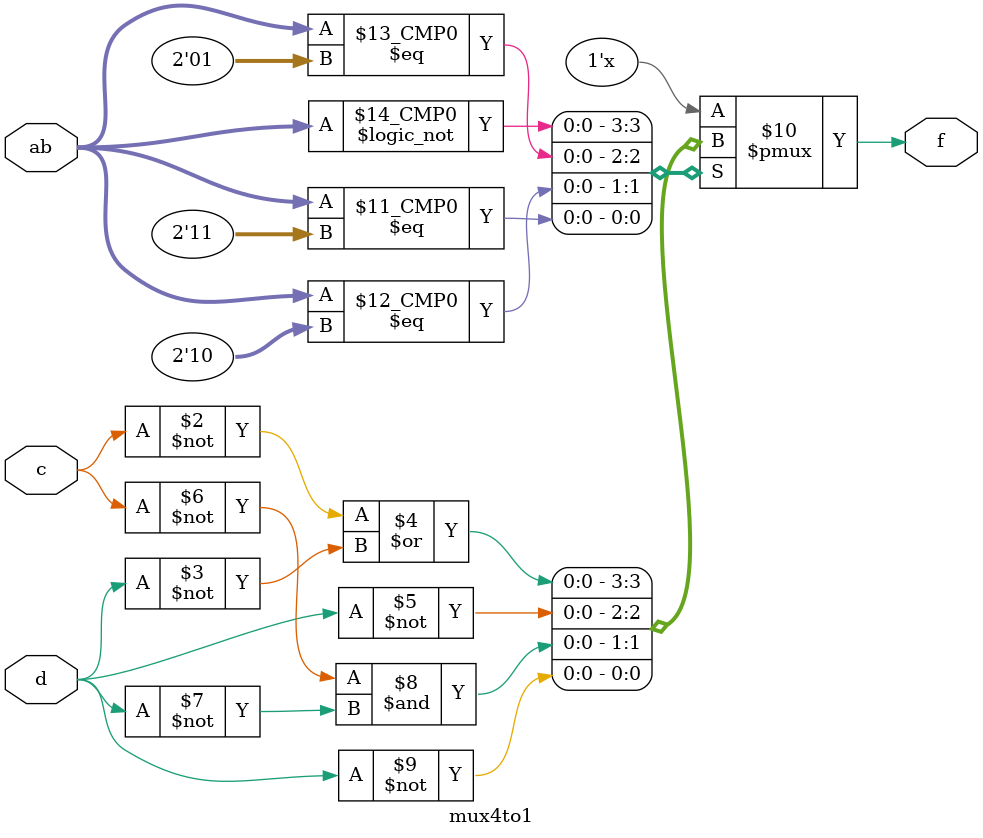
<source format=v>
module mux4to1(ab,c,d,f);
input [1:0]ab;
input c,d;
output reg f;
always @(*)begin
case (ab)
2'b00:f=~c|~d;
2'b01:f=~d;
2'b10:f=~c&~d;
2'b11:f=~d;
default:f=1'b0;
endcase
end
endmodule

</source>
